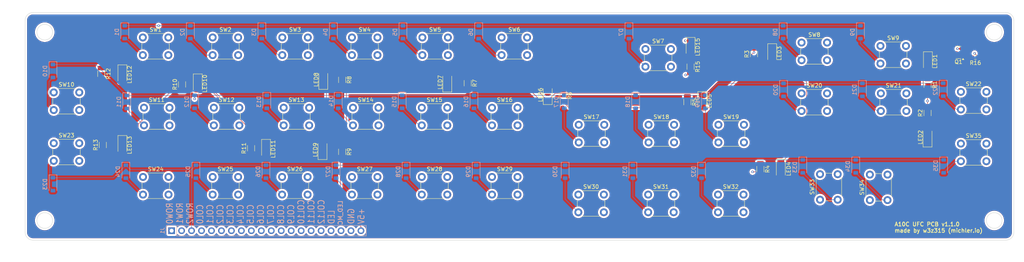
<source format=kicad_pcb>
(kicad_pcb (version 20240108) (generator "pcbnew") (generator_version "8.0")
  (layers (0 "F.Cu" signal "Front") (1 "In1.Cu" signal) (2 "In2.Cu" signal) (31 "B.Cu" signal "Back") (34 "B.Paste" user) (35 "F.Paste" user) (36 "B.SilkS" user "B.Silkscreen") (37 "F.SilkS" user "F.Silkscreen") (38 "B.Mask" user) (39 "F.Mask" user) (44 "Edge.Cuts" user))
  (net 0 "")
  (net 1 "Net-(D1-A)")
  (net 2 "Net-(D2-A)")
  (net 3 "Net-(D3-A)")
  (net 4 "Net-(D4-A)")
  (net 5 "Net-(D5-A)")
  (net 6 "Net-(D6-A)")
  (net 7 "Net-(D7-A)")
  (net 8 "Net-(D8-A)")
  (net 9 "Net-(D9-A)")
  (net 10 "Net-(D10-A)")
  (net 11 "Net-(D11-A)")
  (net 12 "Net-(D12-A)")
  (net 13 "Net-(D13-A)")
  (net 14 "Net-(D14-A)")
  (net 15 "Net-(D15-A)")
  (net 16 "Net-(D16-A)")
  (net 17 "Net-(D17-A)")
  (net 18 "Net-(D18-A)")
  (net 19 "Net-(D19-A)")
  (net 20 "Net-(D20-A)")
  (net 21 "Net-(D21-A)")
  (net 22 "Net-(D22-A)")
  (net 23 "Net-(D23-A)")
  (net 24 "Net-(D24-A)")
  (net 25 "Net-(D25-A)")
  (net 26 "Net-(D26-A)")
  (net 27 "Net-(D27-A)")
  (net 28 "Net-(D28-A)")
  (net 29 "Net-(D29-A)")
  (net 30 "Net-(D30-A)")
  (net 31 "Net-(D31-A)")
  (net 32 "Net-(D32-A)")
  (net 33 "Net-(D33-A)")
  (net 34 "Net-(D34-A)")
  (net 35 "GND")
  (net 36 "Net-(LED1-A)")
  (net 37 "ROW0")
  (net 38 "ROW1")
  (net 39 "ROW2")
  (net 40 "COL0")
  (net 41 "COL1")
  (net 42 "COL2")
  (net 43 "COL3")
  (net 44 "COL4")
  (net 45 "COL5")
  (net 46 "COL6")
  (net 47 "COL7")
  (net 48 "COL8")
  (net 49 "COL9")
  (net 50 "COL10")
  (net 51 "COL11")
  (net 52 "COL12")
  (net 53 "Net-(LED2-A)")
  (net 54 "Net-(LED3-A)")
  (net 55 "Net-(LED4-A)")
  (net 56 "Net-(LED5-A)")
  (net 57 "Net-(LED6-A)")
  (net 58 "Net-(LED7-A)")
  (net 59 "Net-(LED8-A)")
  (net 60 "Net-(LED9-A)")
  (net 61 "Net-(LED10-A)")
  (net 62 "Net-(LED11-A)")
  (net 63 "Net-(LED12-A)")
  (net 64 "Net-(LED13-A)")
  (net 65 "5V")
  (net 66 "LED")
  (net 67 "LED_MC")
  (net 68 "Net-(Q1-B)")
  (net 69 "Net-(D35-A)")
  (net 70 "Net-(LED1-K)")
  (net 71 "Net-(LED15-A)")
  (footprint "Custom_Footprint_Switches:SW_PUSH_6mm_H4.3mm_INT_CONNECTED" (layer "F.Cu") (at 141.6 44.05)
    (property "Reference" "SW16")
    (property "Value" "Switch")
  )
  (footprint "Resistor_SMD:R_1206_3216Metric" (layer "F.Cu") (at 210 59.7 -90)
    (property "Reference" "R4")
    (property "Value" "270")
  )
  (footprint "Custom_Footprint_Switches:SW_PUSH_6mm_H4.3mm_INT_CONNECTED" (layer "F.Cu") (at 123.7 61.7)
    (property "Reference" "SW28")
    (property "Value" "Switch")
  )
  (footprint "LED_SMD:LED_1206_3216Metric_Pad1.42x1.75mm_HandSolder" (layer "F.Cu") (at 252.6 51.6 90)
    (property "Reference" "LED2")
    (property "Value" "HSMG-C150")
  )
  (footprint "Custom_Footprint_Switches:SW_PUSH_6mm_H4.3mm_INT_CONNECTED" (layer "F.Cu") (at 199.3 48.4)
    (property "Reference" "SW19")
    (property "Value" "Switch")
  )
  (footprint "Custom_Footprint_Switches:SW_PUSH_6mm_H4.3mm_INT_CONNECTED" (layer "F.Cu") (at 29.9 40.15)
    (property "Reference" "SW10")
    (property "Value" "Switch")
  )
  (footprint "Custom_Footprint_Switches:SW_PUSH_6mm_H4.3mm_INT_CONNECTED" (layer "F.Cu") (at 105.9 61.7)
    (property "Reference" "SW27")
    (property "Value" "Switch")
  )
  (footprint "Resistor_SMD:R_1206_3216Metric" (layer "F.Cu") (at 42 35.4075 -90)
    (property "Reference" "R12")
    (property "Value" "270")
  )
  (footprint "Custom_Footprint_Switches:SW_PUSH_6mm_H4.3mm_INT_CONNECTED" (layer "F.Cu") (at 181.5 48.4)
    (property "Reference" "SW18")
    (property "Value" "Switch")
  )
  (footprint "Custom_Footprint_Switches:SW_PUSH_6mm_H4.3mm_INT_CONNECTED" (layer "F.Cu") (at 52.6 26.15)
    (property "Reference" "SW1")
    (property "Value" "Switch")
  )
  (footprint "LED_SMD:LED_1206_3216Metric_Pad1.42x1.75mm_HandSolder" (layer "F.Cu") (at 213 30.2 -90)
    (property "Reference" "LED3")
    (property "Value" "HSMG-C150")
  )
  (footprint "LED_SMD:LED_1206_3216Metric_Pad1.42x1.75mm_HandSolder" (layer "F.Cu") (at 252.7 32.2625 -90)
    (property "Reference" "LED1")
    (property "Value" "HSMG-C150")
  )
  (footprint "Custom_Footprint_Switches:SW_PUSH_6mm_H4.3mm_INT_CONNECTED" (layer "F.Cu") (at 70.7 44.05)
    (property "Reference" "SW12")
    (property "Value" "Switch")
  )
  (footprint "Resistor_SMD:R_1206_3216Metric" (layer "F.Cu") (at 135.4 37.8 -90)
    (property "Reference" "R7")
    (property "Value" "270")
  )
  (footprint "Custom_Footprint_Switches:SW_PUSH_6mm_H4.3mm_INT_CONNECTED" (layer "F.Cu") (at 163.6 66.2)
    (property "Reference" "SW30")
    (property "Value" "Switch")
  )
  (footprint "Custom_Footprint_Switches:SW_PUSH_6mm_H4.3mm_INT_CONNECTED" (layer "F.Cu") (at 52.65 61.7)
    (property "Reference" "SW24")
    (property "Value" "Switch")
  )
  (footprint "Custom_Footprint_Switches:SW_PUSH_6mm_H4.3mm_INT_CONNECTED" (layer "F.Cu") (at 70.4 61.7)
    (property "Reference" "SW25")
    (property "Value" "Switch")
  )
  (footprint "LED_SMD:LED_1206_3216Metric_Pad1.42x1.75mm_HandSolder" (layer "F.Cu") (at 84 54.6 -90)
    (property "Reference" "LED11")
    (property "Value" "HSMG-C150")
  )
  (footprint "Resistor_SMD:R_1206_3216Metric" (layer "F.Cu") (at 208.37 30.3825 90)
    (property "Reference" "R3")
    (property "Value" "270")
  )
  (footprint "Custom_Footprint_Switches:SW_PUSH_6mm_H4.3mm_INT_CONNECTED" (layer "F.Cu") (at 88.5 44.05)
    (property "Reference" "SW13")
    (property "Value" "Switch")
  )
  (footprint "Custom_Footprint_Switches:SW_PUSH_6mm_H4.3mm_INT_CONNECTED" (layer "F.Cu") (at 123.85 26.15)
    (property "Reference" "SW5")
    (property "Value" "Switch")
  )
  (footprint "Custom_Footprint_Switches:SW_PUSH_6mm_H4.3mm_INT_CONNECTED" (layer "F.Cu") (at 181.4 66.2)
    (property "Reference" "SW31")
    (property "Value" "Switch")
  )
  (footprint "Custom_Footprint_Switches:SW_PUSH_6mm_H4.3mm_INT_CONNECTED" (layer "F.Cu") (at 52.9 44.05)
    (property "Reference" "SW11")
    (property "Value" "Switch")
  )
  (footprint "LED_SMD:LED_1206_3216Metric_Pad1.42x1.75mm_HandSolder" (layer "F.Cu") (at 130.2 37.6 90)
    (property "Reference" "LED7")
    (property "Value" "HSMG-C150")
  )
  (footprint "Custom_Footprint_Switches:SW_PUSH_6mm_H4.3mm_INT_CONNECTED" (layer "F.Cu") (at 123.7 44.05)
    (property "Reference" "SW15")
    (property "Value" "Switch")
  )
  (footprint "Resistor_SMD:R_1206_3216Metric" (layer "F.Cu") (at 80.19 54.38 90)
    (property "Reference" "R11")
    (property "Value" "270")
  )
  (footprint "Custom_Footprint_Switches:SW_PUSH_6mm_H4.3mm_INT_CONNECTED" (layer "F.Cu") (at 70.4 26.15)
    (property "Reference" "SW2")
    (property "Value" "Switch")
  )
  (footprint "Custom_Footprint_Switches:SW_PUSH_6mm_H4.3mm_INT_CONNECTED" (layer "F.Cu") (at 220.5 27.45)
    (property "Reference" "SW8")
    (property "Value" "Switch")
  )
  (footprint "Resistor_SMD:R_1206_3216Metric" (layer "F.Cu") (at 103.4 55.3 -90)
    (property "Reference" "R9")
    (property "Value" "270")
  )
  (footprint "Custom_Footprint_Switches:SW_PUSH_6mm_H4.3mm_INT_CONNECTED" (layer "F.Cu") (at 199.2 66.2)
    (property "Reference" "SW32")
    (property "Value" "Switch")
  )
  (footprint "LED_SMD:LED_1206_3216Metric_Pad1.42x1.75mm_HandSolder" (layer "F.Cu") (at 155.79 40.78 90)
    (property "Reference" "LED6")
    (property "Value" "HSMG-C150")
  )
  (footprint "Custom_Footprint_Switches:SW_PUSH_6mm_H4.3mm_INT_CONNECTED" (layer "F.Cu") (at 261.1 53.2)
    (property "Reference" "SW35")
    (property "Value" "Switch")
  )
  (footprint "LED_SMD:LED_1206_3216Metric_Pad1.42x1.75mm_HandSolder" (layer "F.Cu") (at 192.2 28.6 -90)
    (property "Reference" "LED15")
    (property "Value" "HSMY-C150")
  )
  (footprint "Resistor_SMD:R_1206_3216Metric" (layer "F.Cu") (at 103.4 36.9575 -90)
    (property "Reference" "R8")
    (property "Value" "270")
  )
  (footprint "Custom_Footprint_Switches:SW_PUSH_6mm_H4.3mm_INT_CONNECTED" (layer "F.Cu") (at 261.1 40)
    (property "Reference" "SW22")
    (property "Value" "Switch")
  )
  (footprint "Custom_Footprint_Switches:SW_PUSH_6mm_H4.3mm_INT_CONNECTED" (layer "F.Cu") (at 105.9 26.15)
    (property "Reference" "SW4")
    (property "Value" "Switch")
  )
  (footprint "LED_SMD:LED_1206_3216Metric_Pad1.42x1.75mm_HandSolder" (layer "F.Cu") (at 66.6 37.9125 -90)
    (property "Reference" "LED10")
    (property "Value" "HSMG-C150")
  )
  (footprint "Custom_Footprint_Switches:SW_PUSH_6mm_H4.3mm_INT_CONNECTED" (layer "F.Cu") (at 220.5 40.4)
    (property "Reference" "SW20")
    (property "Value" "Switch")
  )
  (footprint "LED_SMD:LED_1206_3216Metric_Pad1.42x1.75mm_HandSolder" (layer "F.Cu") (at 195.2 42.4 -90)
    (property "Reference" "LED5")
    (property "Value" "HSMG-C150")
  )
  (footprint "LED_SMD:LED_1206_3216Metric_Pad1.42x1.75mm_HandSolder" (layer "F.Cu") (at 215.2 59.645 -90)
    (property "Reference" "LED4")
    (property "Value" "HSMG-C150")
  )
  (footprint "Custom_Footprint_Switches:SW_PUSH_6mm_H4.3mm_INT_CONNECTED" (layer "F.Cu") (at 144.05 26.15)
    (property "Reference" "SW6")
    (property "Value" "Switch")
  )
  (footprint "Resistor_SMD:R_1206_3216Metric" (layer "F.Cu") (at 159.6 41 -90)
    (property "Reference" "R6")
    (property "Value" "270")
  )
  (footprint "Custom_Footprint_Switches:SW_PUSH_6mm_H4.3mm_INT_CONNECTED" (layer "F.Cu") (at 180.7 29.1)
    (property "Reference" "SW7")
    (property "Value" "Switch")
  )
  (footprint "Custom_Footprint_Switches:SW_PUSH_6mm_H4.3mm_INT_CONNECTED" (layer "F.Cu") (at 106.16 44.05)
    (property "Reference" "SW14")
    (property "Value" "Switch")
  )
  (footprint "Resistor_SMD:R_1206_3216Metric" (layer "F.Cu") (at 191.39 42.62 -90)
    (property "Reference" "R5")
    (property "Value" "270")
  )
  (footprint "Custom_Footprint_Switches:SW_PUSH_6mm_H4.3mm_INT_CONNECTED" (layer "F.Cu") (at 237.9 67.6 90)
    (property "Reference" "SW34")
    (property "Value" "Switch")
  )
  (footprint "Custom_Footprint_Switches:SW_PUSH_6mm_H4.3mm_INT_CONNECTED" (layer "F.Cu") (at 240.7 40.4)
    (property "Reference" "SW21")
    (property "Value" "Switch")
  )
  (footprint "Custom_Footprint_Switches:SW_PUSH_6mm_H4.3mm_INT_CONNECTED" (layer "F.Cu") (at 29.9 53.1)
    (property "Reference" "SW23")
    (property "Value" "Switch")
  )
  (footprint "Custom_Footprint_Switches:SW_PUSH_6mm_H4.3mm_INT_CONNECTED" (layer "F.Cu") (at 163.7 48.4)
    (property "Reference" "SW17")
    (property "Value" "Switch")
  )
  (footprint "Resistor_SMD:R_1206_3216Metric" (layer "F.Cu") (at 192.2 33.6 -90)
    (property "Reference" "R15")
    (property "Value" "300")
  )
  (footprint "Package_TO_SOT_SMD:SOT-23" (layer "F.Cu") (at 260.4875 29.975 180)
    (property "Reference" "Q1")
    (property "Value" "BC817")
  )
  (footprint "Resistor_SMD:R_1206_3216Metric" (layer "F.Cu") (at 252.6 38.2 -90)
    (property "Reference" "R1")
    (property "Value" "270")
  )
  (footprint "Custom_Footprint_Switches:SW_PUSH_6mm_H4.3mm_INT_CONNECTED" (layer "F.Cu") (at 88.15 26.15)
    (property "Reference" "SW3")
    (property "Value" "Switch")
  )
  (footprint "LED_SMD:LED_1206_3216Metric_Pad1.42x1.75mm_HandSolder" (layer "F.Cu") (at 98.6 36.9125 90)
    (property "Reference" "LED8")
    (property "Value" "HSMG-C150")
  )
  (footprint "Resistor_SMD:R_0603_1608Metric" (layer "F.Cu") (at 264.8 31.2 180)
    (property "Reference" "R16")
    (property "Value" "3300")
  )
  (footprint "Custom_Footprint_Switches:SW_PUSH_6mm_H4.3mm_INT_CONNECTED" (layer "F.Cu") (at 240.6 28.3)
    (property "Reference" "SW9")
    (property "Value" "Switch")
  )
  (footprint "LED_SMD:LED_1206_3216Metric_Pad1.42x1.75mm_HandSolder" (layer "F.Cu") (at 47.4 35.6 -90)
    (property "Reference" "LED12")
    (property "Value" "HSMG-C150")
  )
  (footprint "Custom_Footprint_Switches:SW_PUSH_6mm_H4.3mm_INT_CONNECTED" (layer "F.Cu") (at 141.6 61.7)
    (property "Reference" "SW29")
    (property "Value" "Switch")
  )
  (footprint "LED_SMD:LED_1206_3216Metric_Pad1.42x1.75mm_HandSolder" (layer "F.Cu") (at 98.4 54.8 90)
    (property "Reference" "LED9")
    (property "Value" "HSMG-C150")
  )
  (footprint "Resistor_SMD:R_1206_3216Metric" (layer "F.Cu") (at 62.6 38.1125 90)
    (property "Reference" "R10")
    (property "Value" "270")
  )
  (footprint "LED_SMD:LED_1206_3216Metric_Pad1.42x1.75mm_HandSolder" (layer "F.Cu") (at 47.4 53.6 -90)
    (property "Reference" "LED13")
    (property "Value" "HSMG-C150")
  )
  (footprint "Custom_Footprint_Switches:SW_PUSH_6mm_H4.3mm_INT_CONNECTED" (layer "F.Cu") (at 88.1 61.7)
    (property "Reference" "SW26")
    (property "Value" "Switch")
  )
  (footprint "Resistor_SMD:R_1206_3216Metric" (layer "F.Cu") (at 252.6 45.4 90)
    (property "Reference" "R2")
    (property "Value" "270")
  )
  (footprint "Custom_Footprint_Switches:SW_PUSH_6mm_H4.3mm_INT_CONNECTED" (layer "F.Cu") (at 225.2 67.5 90)
    (property "Reference" "SW33")
    (property "Value" "Switch")
  )
  (footprint "Resistor_SMD:R_1206_3216Metric" (layer "F.Cu") (at 42.4 53.555 90)
    (property "Reference" "R13")
    (property "Value" "270")
  )
  (footprint "Diode_SMD:D_SOD-123" (layer "B.Cu") (at 48.2833 60.35 -90)
    (property "Reference" "D24")
    (property "Value" "D_Small")
  )
  (footprint "Diode_SMD:D_SOD-123" (layer "B.Cu") (at 65.8 42.545 -90)
    (property "Reference" "D12")
    (property "Value" "D_Small")
  )
  (footprint "Diode_SMD:D_SOD-123" (layer "B.Cu") (at 178.2 42.545 -90)
    (property "Reference" "D18")
    (property "Value" "D_Small")
  )
  (footprint "Diode_SMD:D_SOD-123" (layer "B.Cu") (at 118.9 24.8 -90)
    (property "Reference" "D5")
    (property "Value" "D_Small")
  )
  (footprint "Diode_SMD:D_SOD-123" (layer "B.Cu") (at 48 24.8 -90)
    (property "Reference" "D1")
    (property "Value" "D_Small")
  )
  (footprint "Diode_SMD:D_SOD-123" (layer "B.Cu") (at 177.5 60.35 -90)
    (property "Reference" "D31")
    (property "Value" "D_Small")
  )
  (footprint "Diode_SMD:D_SOD-123" (layer "B.Cu") (at 101.8458 60.35 -90)
    (property "Reference" "D27")
    (property "Value" "D_Small")
  )
  (footprint "Diode_SMD:D_SOD-123" (layer "B.Cu") (at 137 42.545 -90)
    (property "Reference" "D16")
    (property "Value" "D_Small")
  )
  (footprint "Diode_SMD:D_SOD-123" (layer "B.Cu") (at 82.95 24.8 -90)
    (property "Reference" "D3")
    (property "Value" "D_Small")
  )
  (footprint "Diode_SMD:D_SOD-123" (layer "B.Cu") (at 215.9 39.5 -90)
    (property "Reference" "D20")
    (property "Value" "D_Small")
  )
  (footprint "Diode_SMD:D_SOD-123" (layer "B.Cu") (at 29.7 34.7 -90)
    (property "Reference" "D10")
    (property "Value" "D_Small")
  )
  (footprint "Connector_PinHeader_2.54mm:PinHeader_1x20_P2.54mm_Vertical" (layer "B.Cu") (at 59.94 75.4 -90)
    (property "Reference" "J1")
    (property "Value" "Conn_2x10 Socket")
  )
  (footprint "Diode_SMD:D_SOD-123" (layer "B.Cu") (at 29.7 63.545 -90)
    (property "Reference" "D23")
    (property "Value" "D_Small")
  )
  (footprint "Diode_SMD:D_SOD-123" (layer "B.Cu") (at 235.5 24.8 -90)
    (property "Reference" "D9")
    (property "Value" "D_Small")
  )
  (footprint "Diode_SMD:D_SOD-123" (layer "B.Cu") (at 84.2 42.545 -90)
    (property "Reference" "D13")
    (property "Value" "D_Small")
  )
  (footprint "Diode_SMD:D_SOD-123" (layer "B.Cu") (at 220.8 59 -90)
    (property "Reference" "D33")
    (property "Value" "D_Small")
  )
  (footprint "Diode_SMD:D_SOD-123" (layer "B.Cu") (at 256.7 59 -90)
    (property "Reference" "D35")
    (property "Value" "D_Small")
  )
  (footprint "Diode_SMD:D_SOD-123" (layer "B.Cu") (at 256.6 39.45 -90)
    (property "Reference" "D22")
    (property "Value" "D_Small")
  )
  (footprint "Diode_SMD:D_SOD-123" (layer "B.Cu") (at 64.725 24.8 -90)
    (property "Reference" "D2")
    (property "Value" "D_Small")
  )
  (footprint "Diode_SMD:D_SOD-123" (layer "B.Cu") (at 137.5542 60.35 -90)
    (property "Reference" "D29")
    (property "Value" "D_Small")
  )
  (footprint "Diode_SMD:D_SOD-123" (layer "B.Cu") (at 215.8 24.8 -90)
    (property "Reference" "D8")
    (property "Value" "D_Small")
  )
  (footprint "Diode_SMD:D_SOD-123" (layer "B.Cu") (at 160.2316 60.35 -90)
    (property "Reference" "D30")
    (property "Value" "D_Small")
  )
  (footprint "Diode_SMD:D_SOD-123" (layer "B.Cu") (at 101.175 24.8 -90)
    (property "Reference" "D4")
    (property "Value" "D_Small")
  )
  (footprint "Diode_SMD:D_SOD-123" (layer "B.Cu") (at 102.4 42.545 -90)
    (property "Reference" "D14")
    (property "Value" "D_Small")
  )
  (footprint "Diode_SMD:D_SOD-123" (layer "B.Cu") (at 236 39.5 -90)
    (property "Reference" "D21")
    (property "Value" "D_Small")
  )
  (footprint "Diode_SMD:D_SOD-123" (layer "B.Cu") (at 119.7 60.35 -90)
    (property "Reference" "D28")
    (property "Value" "D_Small")
  )
  (footprint "Diode_SMD:D_SOD-123" (layer "B.Cu") (at 138.2 24.8 -90)
    (property "Reference" "D6")
    (property "Value" "D_Small")
  )
  (footprint "Diode_SMD:D_SOD-123" (layer "B.Cu") (at 234.3 59 -90)
    (property "Reference" "D34")
    (property "Value" "D_Small")
  )
  (footprint "Diode_SMD:D_SOD-123" (layer "B.Cu") (at 48.5 42.6 -90)
    (property "Reference" "D11")
    (property "Value" "D_Small")
  )
  (footprint "Diode_SMD:D_SOD-123" (layer "B.Cu") (at 195 60.35 -90)
    (property "Reference" "D32")
    (property "Value" "D_Small")
  )
  (footprint "Diode_SMD:D_SOD-123" (layer "B.Cu") (at 66.1375 60.35 -90)
    (property "Reference" "D25")
    (property "Value" "D_Small")
  )
  (footprint "Diode_SMD:D_SOD-123" (layer "B.Cu") (at 83.9916 60.35 -90)
    (property "Reference" "D26")
    (property "Value" "D_Small")
  )
  (footprint "Diode_SMD:D_SOD-123" (layer "B.Cu") (at 176.5 24.8 -90)
    (property "Reference" "D7")
    (property "Value" "D_Small")
  )
  (footprint "Diode_SMD:D_SOD-123" (layer "B.Cu") (at 196 42.545 -90)
    (property "Reference" "D19")
    (property "Value" "D_Small")
  )
  (footprint "Diode_SMD:D_SOD-123" (layer "B.Cu") (at 118.7 42.545 -90)
    (property "Reference" "D15")
    (property "Value" "D_Small")
  )
  (footprint "Diode_SMD:D_SOD-123" (layer "B.Cu") (at 160 42.545 -90)
    (property "Reference" "D17")
    (property "Value" "D_Small")
  )
  (gr_circle (center 269.6 72.8) (end 268 71.6) (stroke (width 0.1)) (fill none) (layer "Edge.Cuts"))
  (gr_circle (center 27.6 24.8) (end 26 23.6) (stroke (width 0.1)) (fill none) (layer "Edge.Cuts"))
  (gr_arc (start 22.6 21.8) (mid 23.185786 20.385786) (end 24.6 19.8) (stroke (width 0.1)) (layer "Edge.Cuts"))
  (gr_line (start 22.6 21.8) (end 22.6 75.799999) (stroke (width 0.1)) (layer "Edge.Cuts"))
  (gr_arc (start 272.6 19.8) (mid 274.014214 20.385786) (end 274.6 21.8) (stroke (width 0.1)) (layer "Edge.Cuts"))
  (gr_line (start 272.6 19.8) (end 24.6 19.8) (stroke (width 0.1)) (layer "Edge.Cuts"))
  (gr_arc (start 274.6 75.8) (mid 274.014214 77.214214) (end 272.6 77.8) (stroke (width 0.1)) (layer "Edge.Cuts"))
  (gr_line (start 24.6 77.799999) (end 272.6 77.8) (stroke (width 0.1)) (layer "Edge.Cuts"))
  (gr_line (start 274.6 75.8) (end 274.6 21.8) (stroke (width 0.1)) (layer "Edge.Cuts"))
  (gr_circle (center 27.6 72.8) (end 26 71.6) (stroke (width 0.1)) (fill none) (layer "Edge.Cuts"))
  (gr_circle (center 269.6 24.8) (end 268 23.6) (stroke (width 0.1)) (fill none) (layer "Edge.Cuts"))
  (gr_arc (start 24.6 77.799999) (mid 23.185787 77.214213) (end 22.6 75.799999) (stroke (width 0.1)) (layer "Edge.Cuts"))
  (gr_text "ROW0\nROW1\nROW2\nCOL0\nCOL1\nCOL2\nCOL3\nCOL4\nCOL5\nCOL6\nCOL7\nCOL8\nCOL9\nCOL10\nCOL11\nCOL12\nLED" (at 101.6 73.8 90) (layer "B.SilkS") (effects (font (size 1.6 1.3) (thickness 0.1905)) (justify right bottom mirror)))
  (gr_text "GND\n+5V" (at 109.2 69.599996 90) (layer "B.SilkS") (effects (font (size 1.6 1.3) (thickness 0.1905)) (justify left bottom mirror)))
  (gr_text "LED_MC" (at 103.6 67.6 90) (layer "B.SilkS") (effects (font (size 1.1 1.1) (thickness 0.1905)) (justify left bottom mirror)))
  (gr_text "A10C UFC PCB v1.1.0\nmade by w3z315 (michler.io)" (at 244.094 75.946 0) (layer "F.SilkS") (effects (font (size 1 1) (thickness 0.2) (bold yes)) (justify left bottom)))
  (segment (start 48 26.45) (end 48.4 26.45) (width 0.127) (layer "B.Cu") (net 1))
  (segment (start 48.4 26.45) (end 52.6 30.65) (width 0.127) (layer "B.Cu") (net 1))
  (segment (start 64.725 26.45) (end 68.925 30.65) (width 0.127) (layer "B.Cu") (net 2))
  (segment (start 68.925 30.65) (end 70.4 30.65) (width 0.127) (layer "B.Cu") (net 2))
  (segment (start 87.15 30.65) (end 88.15 30.65) (width 0.127) (layer "B.Cu") (net 3))
  (segment (start 82.95 26.45) (end 87.15 30.65) (width 0.127) (layer "B.Cu") (net 3))
  (segment (start 105.375 30.65) (end 105.9 30.65) (width 0.127) (layer "B.Cu") (net 4))
  (segment (start 101.175 26.45) (end 105.375 30.65) (width 0.127) (layer "B.Cu") (net 4))
  (segment (start 123.1 30.65) (end 123.85 30.65) (width 0.127) (layer "B.Cu") (net 5))
  (segment (start 118.9 26.45) (end 123.1 30.65) (width 0.127) (layer "B.Cu") (net 5))
  (segment (start 142.4 30.65) (end 144.05 30.65) (width 0.127) (layer "B.Cu") (net 6))
  (segment (start 138.2 26.45) (end 142.4 30.65) (width 0.127) (layer "B.Cu") (net 6))
  (segment (start 176.5 26.45) (end 176.5 29.4) (width 0.127) (layer "B.Cu") (net 7))
  (segment (start 176.5 29.4) (end 180.7 33.6) (width 0.127) (layer "B.Cu") (net 7))
  (segment (start 215.8 27.25) (end 220.5 31.95) (width 0.127) (layer "B.Cu") (net 8))
  (segment (start 215.8 26.45) (end 215.8 27.25) (width 0.127) (layer "B.Cu") (net 8))
  (segment (start 235.5 27.7) (end 240.6 32.8) (width 0.127) (layer "B.Cu") (net 9))
  (segment (start 235.5 26.45) (end 235.5 27.7) (width 0.127) (layer "B.Cu") (net 9))
  (segment (start 29.7 36.35) (end 28.6988 37.3512) (width 0.127) (layer "B.Cu") (net 10))
  (segment (start 28.6988 37.3512) (end 28.6988 43.4488) (width 0.127) (layer "B.Cu") (net 10))
  (segment (start 28.6988 43.4488) (end 29.9 44.65) (width 0.127) (layer "B.Cu") (net 10))
  (segment (start 48.5 44.25) (end 52.8 48.55) (width 0.127) (layer "B.Cu") (net 11))
  (segment (start 52.8 48.55) (end 52.9 48.55) (width 0.127) (layer "B.Cu") (net 11))
  (segment (start 65.8 44.195) (end 70.155 48.55) (width 0.127) (layer "B.Cu") (net 12))
  (segment (start 70.155 48.55) (end 70.7 48.55) (width 0.127) (layer "B.Cu") (net 12))
  (segment (start 84.2 44.195) (end 84.2 44.25) (width 0.127) (layer "B.Cu") (net 13))
  (segment (start 84.2 44.25) (end 88.5 48.55) (width 0.127) (layer "B.Cu") (net 13))
  (segment (start 102.4 44.195) (end 102.4 44.79) (width 0.127) (layer "B.Cu") (net 14))
  (segment (start 102.4 44.79) (end 106.16 48.55) (width 0.127) (layer "B.Cu") (net 14))
  (segment (start 123.055 48.55) (end 123.7 48.55) (width 0.127) (layer "B.Cu") (net 15))
  (segment (start 118.7 44.195) (end 123.055 48.55) (width 0.127) (layer "B.Cu") (net 15))
  (segment (start 137 44.195) (end 141.355 48.55) (width 0.127) (layer "B.Cu") (net 16))
  (segment (start 141.355 48.55) (end 141.6 48.55) (width 0.127) (layer "B.Cu") (net 16))
  (segment (start 160 49.2) (end 163.7 52.9) (width 0.127) (layer "B.Cu") (net 17))
  (segment (start 160 44.195) (end 160 49.2) (width 0.127) (layer "B.Cu") (net 17))
  (segment (start 178.2 44.195) (end 178.2 49.6) (width 0.127) (layer "B.Cu") (net 18))
  (segment (start 178.2 49.6) (end 181.5 52.9) (width 0.127) (layer "B.Cu") (net 18))
  (segment (start 196 44.195) (end 196 49.6) (width 0.127) (layer "B.Cu") (net 19))
  (segment (start 196 49.6) (end 199.3 52.9) (width 0.127) (layer "B.Cu") (net 19))
  (segment (start 219.65 44.9) (end 220.5 44.9) (width 0.127) (layer "B.Cu") (net 20))
  (segment (start 215.9 41.15) (end 219.65 44.9) (width 0.127) (layer "B.Cu") (net 20))
  (segment (start 236 41.15) (end 239.75 44.9) (width 0.127) (layer "B.Cu") (net 21))
  (segment (start 239.75 44.9) (end 240.7 44.9) (width 0.127) (layer "B.Cu") (net 21))
  (segment (start 256.6 41.1) (end 260 44.5) (width 0.127) (layer "B.Cu") (net 22))
  (segment (start 260 44.5) (end 261.1 44.5) (width 0.127) (layer "B.Cu") (net 22))
  (segment (start 28.8915 58.6085) (end 28.8915 64.3865) (width 0.127) (layer "B.Cu") (net 23))
  (segment (start 29.9 57.6) (end 28.8915 58.6085) (width 0.127) (layer "B.Cu") (net 23))
  (segment (start 28.8915 64.3865) (end 29.7 65.195) (width 0.127) (layer "B.Cu") (net 23))
  (segment (start 48.2833 62) (end 52.4833 66.2) (width 0.127) (layer "B.Cu") (net 24))
  (segment (start 52.4833 66.2) (end 52.65 66.2) (width 0.127) (layer "B.Cu") (net 24))
  (segment (start 66.1375 62) (end 70.3375 66.2) (width 0.127) (layer "B.Cu") (net 25))
  (segment (start 70.3375 66.2) (end 70.4 66.2) (width 0.127) (layer "B.Cu") (net 25))
  (segment (start 83.9916 62.0916) (end 88.1 66.2) (width 0.127) (layer "B.Cu") (net 26))
  (segment (start 83.9916 62) (end 83.9916 62.0916) (width 0.127) (layer "B.Cu") (net 26))
  (segment (start 101.8458 62.1458) (end 105.9 66.2) (width 0.127) (layer "B.Cu") (net 27))
  (segment (start 101.8458 62) (end 101.8458 62.1458) (width 0.127) (layer "B.Cu") (net 27))
  (segment (start 119.7 62) (end 119.7 62.2) (width 0.127) (layer "B.Cu") (net 28))
  (segment (start 119.7 62.2) (end 123.7 66.2) (width 0.127) (layer "B.Cu") (net 28))
  (segment (start 137.5542 62.1542) (end 141.6 66.2) (width 0.127) (layer "B.Cu") (net 29))
  (segment (start 137.5542 62) (end 137.5542 62.1542) (width 0.127) (layer "B.Cu") (net 29))
  (segment (start 160.2316 67.3316) (end 163.6 70.7) (width 0.127) (layer "B.Cu") (net 30))
  (segment (start 160.2316 62) (end 160.2316 67.3316) (width 0.127) (layer "B.Cu") (net 30))
  (segment (start 177.5 62) (end 177.5 66.8) (width 0.127) (layer "B.Cu") (net 31))
  (segment (start 177.5 66.8) (end 181.4 70.7) (width 0.127) (layer "B.Cu") (net 31))
  (segment (start 195 62) (end 195 66.5) (width 0.127) (layer "B.Cu") (net 32))
  (segment (start 195 66.5) (end 199.2 70.7) (width 0.127) (layer "B.Cu") (net 32))
  (segment (start 220.8 60.65) (end 227.65 67.5) (width 0.127) (layer "B.Cu") (net 33))
  (segment (start 227.65 67.5) (end 229.7 67.5) (width 0.127) (layer "B.Cu") (net 33))
  (segment (start 241.25 67.6) (end 242.4 67.6) (width 0.127) (layer "B.Cu") (net 34))
  (segment (start 234.3 60.65) (end 241.25 67.6) (width 0.127) (layer "B.Cu") (net 34))
  (segment (start 192.0625 26.975) (end 192.2 27.1125) (width 0.127) (layer "F.Cu") (net 35))
  (segment (start 190.8648 26.975) (end 192.0625 26.975) (width 0.127) (layer "F.Cu") (net 35))
  (segment (start 261.425 29.025) (end 260.2319 29.025) (width 0.127) (layer "F.Cu") (net 35))
  (via (at 260.2319 29.025) (size 0.6) (drill 0.3) (layers "F.Cu" "B.Cu") (net 35))
  (via (at 190.8648 26.975) (size 0.6) (drill 0.3) (layers "F.Cu" "B.Cu") (net 35))
  (segment (start 252.7 33.75) (end 252.6 33.85) (width 0.127) (layer "F.Cu") (net 36))
  (segment (start 252.6 33.85) (end 252.6 36.7375) (width 0.127) (layer "F.Cu") (net 36))
  (via (at 56.6217 23.15) (size 0.6) (drill 0.3) (layers "F.Cu" "B.Cu") (net 37))
  (segment (start 215.8 23.15) (end 176.5 23.15) (width 0.127) (layer "B.Cu") (net 37))
  (segment (start 101.175 23.15) (end 118.9 23.15) (width 0.127) (layer "B.Cu") (net 37))
  (segment (start 82.95 23.15) (end 101.175 23.15) (width 0.127) (layer "B.Cu") (net 37))
  (segment (start 138.2 23.15) (end 118.9 23.15) (width 0.127) (layer "B.Cu") (net 37))
  (segment (start 56.6217 23.15) (end 48 23.15) (width 0.127) (layer "B.Cu") (net 37))
  (segment (start 235.5 23.15) (end 215.8 23.15) (width 0.127) (layer "B.Cu") (net 37))
  (segment (start 64.725 23.15) (end 56.6217 23.15) (width 0.127) (layer "B.Cu") (net 37))
  (segment (start 64.725 23.15) (end 82.95 23.15) (width 0.127) (layer "B.Cu") (net 37))
  (segment (start 176.5 23.15) (end 138.2 23.15) (width 0.127) (layer "B.Cu") (net 37))
  (via (at 65.8 41.793) (size 0.6) (drill 0.3) (layers "F.Cu" "B.Cu") (net 38))
  (segment (start 65.8 41.793) (end 65.8 40.95) (width 0.127) (layer "B.Cu") (net 38))
  (segment (start 65.8 40.895) (end 84.2 40.895) (width 0.127) (layer "B.Cu") (net 38))
  (segment (start 236.05 37.8) (end 256.6 37.8) (width 0.127) (layer "B.Cu") (net 38))
  (segment (start 40.6 33.05) (end 29.7 33.05) (width 0.127) (layer "B.Cu") (net 38))
  (segment (start 84.2 40.895) (end 102.4 40.895) (width 0.127) (layer "B.Cu") (net 38))
  (segment (start 65.8 40.95) (end 65.8 40.895) (width 0.127) (layer "B.Cu") (net 38))
  (segment (start 65.8 40.95) (end 48.5 40.95) (width 0.127) (layer "B.Cu") (net 38))
  (segment (start 199.045 37.85) (end 196 40.895) (width 0.127) (layer "B.Cu") (net 38))
  (segment (start 236 37.85) (end 236.05 37.8) (width 0.127) (layer "B.Cu") (net 38))
  (segment (start 48.5 40.95) (end 40.6 33.05) (width 0.127) (layer "B.Cu") (net 38))
  (segment (start 118.7 40.895) (end 137 40.895) (width 0.127) (layer "B.Cu") (net 38))
  (segment (start 215.9 37.85) (end 236 37.85) (width 0.127) (layer "B.Cu") (net 38))
  (segment (start 215.9 37.85) (end 199.045 37.85) (width 0.127) (layer "B.Cu") (net 38))
  (segment (start 178.2 40.895) (end 160 40.895) (width 0.127) (layer "B.Cu") (net 38))
  (segment (start 196 40.895) (end 178.2 40.895) (width 0.127) (layer "B.Cu") (net 38))
  (segment (start 160 40.895) (end 137 40.895) (width 0.127) (layer "B.Cu") (net 38))
  (segment (start 102.4 40.895) (end 118.7 40.895) (width 0.127) (layer "B.Cu") (net 38))
  (segment (start 220.8 57.35) (end 196.35 57.35) (width 0.127) (layer "B.Cu") (net 39))
  (segment (start 196.35 57.35) (end 195 58.7) (width 0.127) (layer "B.Cu") (net 39))
  (segment (start 160.2316 58.7) (end 137.5542 58.7) (width 0.127) (layer "B.Cu") (net 39))
  (segment (start 195 58.7) (end 177.5 58.7) (width 0.127) (layer "B.Cu") (net 39))
  (segment (start 65.02 59.8175) (end 49.4008 59.8175) (width 0.127) (layer "B.Cu") (net 39))
  (segment (start 119.7 58.7) (end 101.8458 58.7) (width 0.127) (layer "B.Cu") (net 39))
  (segment (start 45.0883 61.895) (end 48.2833 58.7) (width 0.127) (layer "B.Cu") (net 39))
  (segment (start 256.7 57.35) (end 234.3 57.35) (width 0.127) (layer "B.Cu") (net 39))
  (segment (start 137.5542 58.7) (end 119.7 58.7) (width 0.127) (layer "B.Cu") (net 39))
  (segment (start 83.9916 58.7) (end 101.8458 58.7) (width 0.127) (layer "B.Cu") (net 39))
  (segment (start 66.1375 58.7) (end 83.9916 58.7) (width 0.127) (layer "B.Cu") (net 39))
  (segment (start 177.5 58.7) (end 160.2316 58.7) (width 0.127) (layer "B.Cu") (net 39))
  (segment (start 234.3 57.35) (end 220.8 57.35) (width 0.127) (layer "B.Cu") (net 39))
  (segment (start 29.7 61.895) (end 45.0883 61.895) (width 0.127) (layer "B.Cu") (net 39))
  (segment (start 49.4008 59.8175) (end 48.2833 58.7) (width 0.127) (layer "B.Cu") (net 39))
  (segment (start 65.02 75.4) (end 65.02 59.8175) (width 0.127) (layer "B.Cu") (net 39))
  (segment (start 65.02 59.8175) (end 66.1375 58.7) (width 0.127) (layer "B.Cu") (net 39))
  (segment (start 252.6 46.8625) (end 252.6 50.1125) (width 0.127) (layer "F.Cu") (net 53))
  (segment (start 208.37 31.845) (end 212.8425 31.845) (width 0.127) (layer "F.Cu") (net 54))
  (segment (start 212.8425 31.845) (end 213 31.6875) (width 0.127) (layer "F.Cu") (net 54))
  (segment (start 215.2 61.1325) (end 212.895 61.1325) (width 0.127) (layer "F.Cu") (net 55))
  (segment (start 212.895 61.1325) (end 210 58.2375) (width 0.127) (layer "F.Cu") (net 55))
  (segment (start 195.2 43.8875) (end 194.12 43.8875) (width 0.127) (layer "F.Cu") (net 56))
  (segment (start 194.12 43.8875) (end 191.39 41.1575) (width 0.127) (layer "F.Cu") (net 56))
  (segment (start 159.355 39.2925) (end 159.6 39.5375) (width 0.127) (layer "F.Cu") (net 57))
  (segment (start 155.79 39.2925) (end 159.355 39.2925) (width 0.127) (layer "F.Cu") (net 57))
  (segment (start 135.175 36.1125) (end 135.4 36.3375) (width 0.127) (layer "F.Cu") (net 58))
  (segment (start 130.2 36.1125) (end 135.175 36.1125) (width 0.127) (layer "F.Cu") (net 58))
  (segment (start 98.6 35.425) (end 103.33 35.425) (width 0.127) (layer "F.Cu") (net 59))
  (segment (start 103.33 35.425) (end 103.4 35.495) (width 0.127) (layer "F.Cu") (net 59))
  (segment (start 98.4 53.3125) (end 102.875 53.3125) (width 0.127) (layer "F.Cu") (net 60))
  (segment (start 102.875 53.3125) (end 103.4 53.8375) (width 0.127) (layer "F.Cu") (net 60))
  (segment (start 66.425 39.575) (end 66.6 39.4) (width 0.127) (layer "F.Cu") (net 61))
  (segment (start 62.6 39.575) (end 66.425 39.575) (width 0.127) (layer "F.Cu") (net 61))
  (segment (start 80.19 55.8425) (end 83.755 55.8425) (width 0.127) (layer "F.Cu") (net 62))
  (segment (start 83.755 55.8425) (end 84 56.0875) (width 0.127) (layer "F.Cu") (net 62))
  (segment (start 47.4 37.0875) (end 44.2575 33.945) (width 0.127) (layer "F.Cu") (net 63))
  (segment (start 44.2575 33.945) (end 42 33.945) (width 0.127) (layer "F.Cu") (net 63))
  (segment (start 47.4 55.0875) (end 42.47 55.0875) (width 0.127) (layer "F.Cu") (net 64))
  (segment (start 42.47 55.0875) (end 42.4 55.0175) (width 0.127) (layer "F.Cu") (net 64))
  (segment (start 80.19 52.9175) (end 80.19 49.8379) (width 0.127) (layer "F.Cu") (net 65))
  (segment (start 94.7044 57.2121) (end 91.6756 54.1833) (width 0.127) (layer "F.Cu") (net 65))
  (segment (start 42.4 37.27) (end 42.4 52.0925) (width 0.127) (layer "F.Cu") (net 65))
  (segment (start 104.4789 55.6836) (end 104.4789 40.0408) (width 0.127) (layer "F.Cu") (net 65))
  (segment (start 252.6 42.3382) (end 252.6 39.6625) (width 0.127) (layer "F.Cu") (net 65))
  (segment (start 51.4356 48.2564) (end 51.4356 49.8532) (width 0.127) (layer "F.Cu") (net 65))
  (segment (start 191.39 44.0825) (end 161.22 44.0825) (width 0.127) (layer "F.Cu") (net 65))
  (segment (start 192.1007 44.7932) (end 196.0089 44.7932) (width 0.127) (layer "F.Cu") (net 65))
  (segment (start 191.39 44.0825) (end 192.1007 44.7932) (width 0.127) (layer "F.Cu") (net 65))
  (segment (start 102.9504 57.2121) (end 103.4 56.7625) (width 0.127) (layer "F.Cu") (net 65))
  (segment (start 80.19 49.8379) (end 68.2646 37.9125) (width 0.127) (layer "F.Cu") (net 65))
  (segment (start 48.2541 53.0347) (end 43.3422 53.0347) (width 0.127) (layer "F.Cu") (net 65))
  (segment (start 135.4 39.2625) (end 150.983 39.2625) (width 0.127) (layer "F.Cu") (net 65))
  (segment (start 134.6217 40.0408) (end 135.4 39.2625) (width 0.127) (layer "F.Cu") (net 65))
  (segment (start 102.9504 57.2121) (end 94.7044 57.2121) (width 0.127) (layer "F.Cu") (net 65))
  (segment (start 252.6 43.9375) (end 252.6 42.3382) (width 0.127) (layer "F.Cu") (net 65))
  (segment (start 208 60.4) (end 209.2375 60.4) (width 0.127) (layer "F.Cu") (net 65))
  (segment (start 62.7575 36.8075) (end 62.6 36.65) (width 0.127) (layer "F.Cu") (net 65))
  (segment (start 43.3422 53.0347) (end 42.4 52.0925) (width 0.127) (layer "F.Cu") (net 65))
  (segment (start 91.6756 54.1833) (end 81.4558 54.1833) (width 0.127) (layer "F.Cu") (net 65))
  (segment (start 207.2031 31.0908) (end 208.37 29.9239) (width 0.127) (layer "F.Cu") (net 65))
  (segment (start 207.2031 33.599) (end 207.2031 31.0908) (width 0.127) (layer "F.Cu") (net 65))
  (segment (start 63.7355 37.9125) (end 62.7575 36.9345) (width 0.127) (layer "F.Cu") (net 65))
  (segment (start 150.983 39.2625) (end 154.964 43.2435) (width 0.127) (layer "F.Cu") (net 65))
  (segment (start 208.37 29.9239) (end 208.37 28.92) (width 0.127) (layer "F.Cu") (net 65))
  (segment (start 108.2 75.4) (end 108.2 74.3578) (width 0.127) (layer "F.Cu") (net 65))
  (segment (start 104.4789 39.4989) (end 103.4 38.42) (width 0.127) (layer "F.Cu") (net 65))
  (segment (start 209.2375 60.4) (end 210 61.1625) (width 0.127) (layer "F.Cu") (net 65))
  (segment (start 154.964 43.2435) (end 158.819 43.2435) (width 0.127) (layer "F.Cu") (net 65))
  (segment (start 68.2646 37.9125) (end 63.7355 37.9125) (width 0.127) (layer "F.Cu") (net 65))
  (segment (start 104.4789 40.0408) (end 104.4789 39.4989) (width 0.127) (layer "F.Cu") (net 65))
  (segment (start 102.9504 69.1082) (end 102.9504 57.2121) (width 0.127) (layer "F.Cu") (net 65))
  (segment (start 161.22 44.0825) (end 159.6 42.4625) (width 0.127) (layer "F.Cu") (net 65))
  (segment (start 103.4 56.7625) (end 104.4789 55.6836) (width 0.127) (layer "F.Cu") (net 65))
  (segment (start 196.0089 44.7932) (end 207.2031 33.599) (width 0.127) (layer "F.Cu") (net 65))
  (segment (start 81.4558 54.1833) (end 80.19 52.9175) (width 0.127) (layer "F.Cu") (net 65))
  (segment (start 108.2 74.3578) (end 102.9504 69.1082) (width 0.127) (layer "F.Cu") (net 65))
  (segment (start 62.7575 36.9345) (end 51.4356 48.2564) (width 0.127) (layer "F.Cu") (net 65))
  (segment (start 51.4356 49.8532) (end 48.2541 53.0347) (width 0.127) (layer "F.Cu") (net 65))
  (segment (start 62.7575 36.9345) (end 62.7575 36.8075) (width 0.127) (layer "F.Cu") (net 65))
  (segment (start 42 36.87) (end 42.4 37.27) (width 0.127) (layer "F.Cu") (net 65))
  (segment (start 104.4789 40.0408) (end 134.6217 40.0408) (width 0.127) (layer "F.Cu") (net 65))
  (segment (start 158.819 43.2435) (end 159.6 42.4625) (width 0.127) (layer "F.Cu") (net 65))
  (via (at 208.37 29.9239) (size 0.6) (drill 0.3) (layers "F.Cu" "B.Cu") (net 65))
  (via (at 208 60.4) (size 0.6) (drill 0.3) (layers "F.Cu" "B.Cu") (net 65))
  (via (at 252.6 42.3382) (size 0.6) (drill 0.3) (layers "F.Cu" "B.Cu") (net 65))
  (segment (start 264.6 30.2) (end 264.625 30.2) (width 0.127) (layer "F.Cu") (net 66))
  (segment (start 264.625 30.2) (end 265.625 31.2) (width 0.127) (layer "F.Cu") (net 66))
  (via (at 264.6 30.2) (size 0.6) (drill 0.3) (layers "F.Cu" "B.Cu") (net 66))
  (segment (start 191.5575 35.705) (end 192.2 35.0625) (width 0.127) (layer "F.Cu") (net 67))
  (segment (start 190.9409 35.705) (end 191.5575 35.705) (width 0.127) (layer "F.Cu") (net 67))
  (via (at 190.9409 35.705) (size 0.6) (drill 0.3) (layers "F.Cu" "B.Cu") (net 67))
  (segment (start 263.975 31.2) (end 261.7 31.2) (width 0.127) (layer "F.Cu") (net 68))
  (segment (start 261.7 31.2) (end 261.425 30.925) (width 0.127) (layer "F.Cu") (net 68))
  (segment (start 259.65 57.7) (end 261.1 57.7) (width 0.127) (layer "B.Cu") (net 69))
  (segment (start 256.7 60.65) (end 259.65 57.7) (width 0.127) (layer "B.Cu") (net 69))
  (segment (start 195.0407 40.3486) (end 157.7089 40.3486) (width 0.127) (layer "F.Cu") (net 70))
  (segment (start 99.399 39.199) (end 98.6 38.4) (width 0.127) (layer "F.Cu") (net 70))
  (segment (start 49.1241 35.8366) (end 49.1241 50.3884) (width 0.127) (layer "F.Cu") (net 70))
  (segment (start 67.3125 36.425) (end 66.6 36.425) (width 0.127) (layer "F.Cu") (net 70))
  (segment (start 252.7 30.775) (end 258.75 30.775) (width 0.127) (layer "F.Cu") (net 70))
  (segment (start 95.225 53.1125) (end 99.399 48.9385) (width 0.127) (layer "F.Cu") (net 70))
  (segment (start 213 28.7125) (end 221.7488 37.4613) (width 0.127) (layer "F.Cu") (net 70))
  (segment (start 258.75 30.775) (end 259.55 29.975) (width 0.127) (layer "F.Cu") (net 70))
  (segment (start 98.4 56.2875) (end 95.225 53.1125) (width 0.127) (layer "F.Cu") (net 70))
  (segment (start 100.9515 37.6465) (end 99.399 39.199) (width 0.127) (layer "F.Cu") (net 70))
  (segment (start 128.759 37.6465) (end 100.9515 37.6465) (width 0.127) (layer "F.Cu") (net 70))
  (segment (start 84 53.1125) (end 67.3125 36.425) (width 0.127) (layer "F.Cu") (net 70))
  (segment (start 251.4837 31.9913) (end 251.4837 51.9712) (width 0.127) (layer "F.Cu") (net 70))
  (segment (start 99.399 48.9385) (end 99.399 39.199) (width 0.127) (layer "F.Cu") (net 70))
  (segment (start 207.6052 28.1027) (end 212.3902 28.1027) (width 0.127) (layer "F.Cu") (net 70))
  (segment (start 157.7089 40.3486) (end 155.79 42.2675) (width 0.127) (layer "F.Cu") (net 70))
  (segment (start 66.6 36.425) (end 66.0116 35.8366) (width 0.127) (layer "F.Cu") (net 70))
  (segment (start 66.0116 35.8366) (end 49.1241 35.8366) (width 0.127) (layer "F.Cu") (net 70))
  (segment (start 130.7854 38.5021) (end 130.2 39.0875) (width 0.127) (layer "F.Cu") (net 70))
  (segment (start 195.2 40.5079) (end 207.6052 28.1027) (width 0.127) (layer "F.Cu") (net 70))
  (segment (start 49.1241 50.3884) (end 47.4 52.1125) (width 0.127) (layer "F.Cu") (net 70))
  (segment (start 221.3863 51.9712) (end 215.2 58.1575) (width 0.127) (layer "F.Cu") (net 70))
  (segment (start 195.2 40.9125) (end 195.2 40.5079) (width 0.127) (layer "F.Cu") (net 70))
  (segment (start 251.4837 51.9712) (end 221.7488 51.9712) (width 0.127) (layer "F.Cu") (net 70))
  (segment (start 212.3902 28.1027) (end 213 28.7125) (width 0.127) (layer "F.Cu") (net 70))
  (segment (start 252.7 30.775) (end 251.4837 31.9913) (width 0.127) (layer "F.Cu") (net 70))
  (segment (start 130.2 39.0875) (end 128.759 37.6465) (width 0.127) (layer "F.Cu") (net 70))
  (segment (start 221.7488 37.4613) (end 221.7488 51.9712) (width 0.127) (layer "F.Cu") (net 70))
  (segment (start 251.4837 51.9712) (end 252.6 53.0875) (width 0.127) (layer "F.Cu") (net 70))
  (segment (start 155.79 42.2675) (end 152.0246 38.5021) (width 0.127) (layer "F.Cu") (net 70))
  (segment (start 49.1241 35.8366) (end 47.4 34.1125) (width 0.127) (layer "F.Cu") (net 70))
  (segment (start 195.2 40.5079) (end 195.0407 40.3486) (width 0.127) (layer "F.Cu") (net 70))
  (segment (start 221.7488 51.9712) (end 221.3863 51.9712) (width 0.127) (layer "F.Cu") (net 70))
  (segment (start 152.0246 38.5021) (end 130.7854 38.5021) (width 0.127) (layer "F.Cu") (net 70))
  (segment (start 95.225 53.1125) (end 84 53.1125) (width 0.127) (layer "F.Cu") (net 70))
  (segment (start 192.2 30.0875) (end 192.2 32.1375) (width 0.127) (layer "F.Cu") (net 71))
  (zone (net 0) (net_name "") (layers "F&B.Cu") (connect_pads (clearance 0.5)) (min_thickness 0.25) (fill yes (thermal_gap 0.5) (thermal_bridge_width 0.5) (island_removal_mode 1) (island_area_min 10))
    (polygon (pts (xy 276.6 17.2) (xy 16.8 16.6) (xy 16.2 83.4) (xy 276.8 81.8) (xy 277.2 16.9)))
  )
)
</source>
